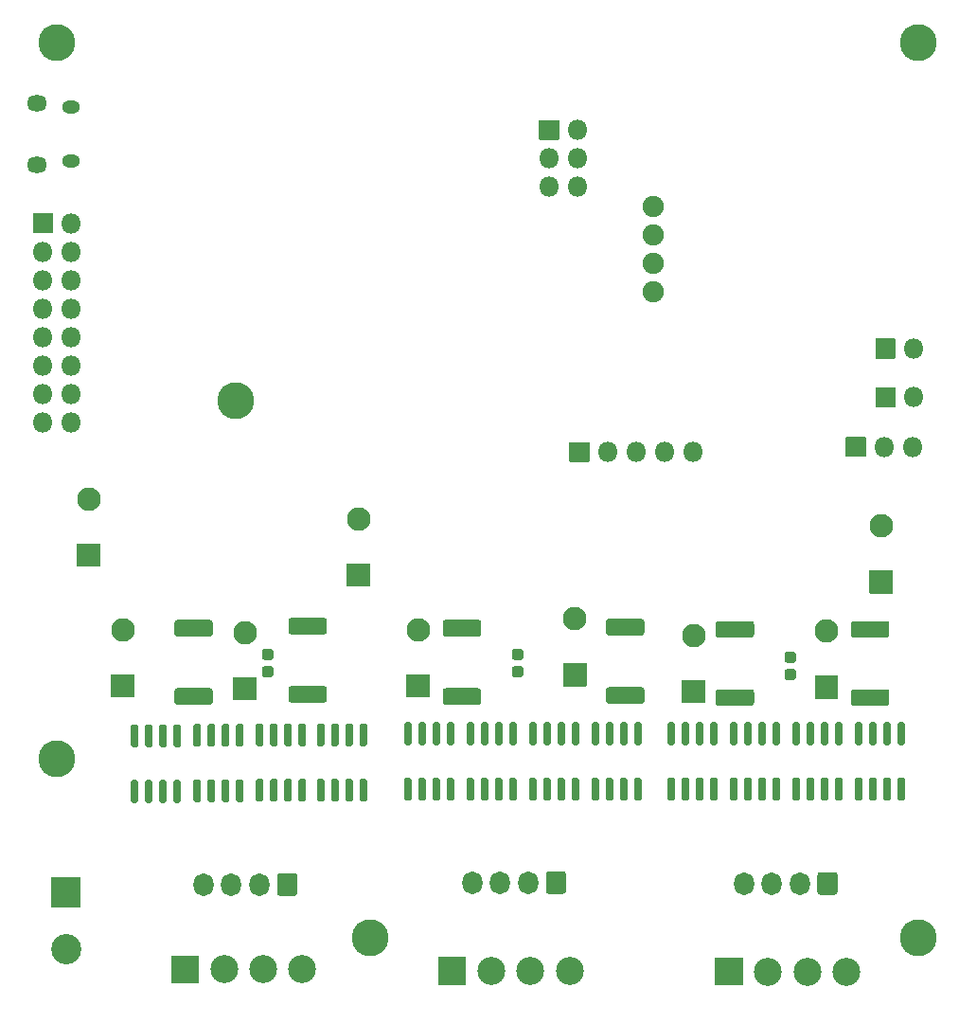
<source format=gbs>
G04 #@! TF.GenerationSoftware,KiCad,Pcbnew,5.1.8*
G04 #@! TF.CreationDate,2021-01-21T07:56:59-05:00*
G04 #@! TF.ProjectId,cnc-controller,636e632d-636f-46e7-9472-6f6c6c65722e,rev?*
G04 #@! TF.SameCoordinates,Original*
G04 #@! TF.FileFunction,Soldermask,Bot*
G04 #@! TF.FilePolarity,Negative*
%FSLAX46Y46*%
G04 Gerber Fmt 4.6, Leading zero omitted, Abs format (unit mm)*
G04 Created by KiCad (PCBNEW 5.1.8) date 2021-01-21 07:56:59*
%MOMM*%
%LPD*%
G01*
G04 APERTURE LIST*
%ADD10C,2.501600*%
%ADD11O,1.801600X2.051600*%
%ADD12C,3.301600*%
%ADD13C,1.901600*%
%ADD14O,1.801600X1.801600*%
%ADD15C,2.701600*%
%ADD16O,1.801600X1.451600*%
%ADD17O,1.601600X1.201600*%
%ADD18C,2.101600*%
G04 APERTURE END LIST*
D10*
X88570000Y-184040000D03*
X85070000Y-184040000D03*
X81570000Y-184040000D03*
G36*
G01*
X76819200Y-185240000D02*
X76819200Y-182840000D01*
G75*
G02*
X76870000Y-182789200I50800J0D01*
G01*
X79270000Y-182789200D01*
G75*
G02*
X79320800Y-182840000I0J-50800D01*
G01*
X79320800Y-185240000D01*
G75*
G02*
X79270000Y-185290800I-50800J0D01*
G01*
X76870000Y-185290800D01*
G75*
G02*
X76819200Y-185240000I0J50800D01*
G01*
G37*
D11*
X79392000Y-176168000D03*
X81892000Y-176168000D03*
X84392000Y-176168000D03*
G36*
G01*
X87792800Y-175407141D02*
X87792800Y-176928859D01*
G75*
G02*
X87527859Y-177193800I-264941J0D01*
G01*
X86256141Y-177193800D01*
G75*
G02*
X85991200Y-176928859I0J264941D01*
G01*
X85991200Y-175407141D01*
G75*
G02*
X86256141Y-175142200I264941J0D01*
G01*
X87527859Y-175142200D01*
G75*
G02*
X87792800Y-175407141I0J-264941D01*
G01*
G37*
D12*
X95000000Y-181000000D03*
X46000000Y-181000000D03*
X95000000Y-101000000D03*
X34000000Y-133000000D03*
X18000000Y-165000000D03*
X18000000Y-101000000D03*
D13*
X71340000Y-123270000D03*
X71340000Y-120730000D03*
X71340000Y-118190000D03*
X71340000Y-115650000D03*
G36*
G01*
X55657659Y-154100800D02*
X52742341Y-154100800D01*
G75*
G02*
X52474200Y-153832659I0J268141D01*
G01*
X52474200Y-152867341D01*
G75*
G02*
X52742341Y-152599200I268141J0D01*
G01*
X55657659Y-152599200D01*
G75*
G02*
X55925800Y-152867341I0J-268141D01*
G01*
X55925800Y-153832659D01*
G75*
G02*
X55657659Y-154100800I-268141J0D01*
G01*
G37*
G36*
G01*
X55657659Y-160200800D02*
X52742341Y-160200800D01*
G75*
G02*
X52474200Y-159932659I0J268141D01*
G01*
X52474200Y-158967341D01*
G75*
G02*
X52742341Y-158699200I268141J0D01*
G01*
X55657659Y-158699200D01*
G75*
G02*
X55925800Y-158967341I0J-268141D01*
G01*
X55925800Y-159932659D01*
G75*
G02*
X55657659Y-160200800I-268141J0D01*
G01*
G37*
G36*
G01*
X70257659Y-154000800D02*
X67342341Y-154000800D01*
G75*
G02*
X67074200Y-153732659I0J268141D01*
G01*
X67074200Y-152767341D01*
G75*
G02*
X67342341Y-152499200I268141J0D01*
G01*
X70257659Y-152499200D01*
G75*
G02*
X70525800Y-152767341I0J-268141D01*
G01*
X70525800Y-153732659D01*
G75*
G02*
X70257659Y-154000800I-268141J0D01*
G01*
G37*
G36*
G01*
X70257659Y-160100800D02*
X67342341Y-160100800D01*
G75*
G02*
X67074200Y-159832659I0J268141D01*
G01*
X67074200Y-158867341D01*
G75*
G02*
X67342341Y-158599200I268141J0D01*
G01*
X70257659Y-158599200D01*
G75*
G02*
X70525800Y-158867341I0J-268141D01*
G01*
X70525800Y-159832659D01*
G75*
G02*
X70257659Y-160100800I-268141J0D01*
G01*
G37*
G36*
G01*
X80057659Y-154200800D02*
X77142341Y-154200800D01*
G75*
G02*
X76874200Y-153932659I0J268141D01*
G01*
X76874200Y-152967341D01*
G75*
G02*
X77142341Y-152699200I268141J0D01*
G01*
X80057659Y-152699200D01*
G75*
G02*
X80325800Y-152967341I0J-268141D01*
G01*
X80325800Y-153932659D01*
G75*
G02*
X80057659Y-154200800I-268141J0D01*
G01*
G37*
G36*
G01*
X80057659Y-160300800D02*
X77142341Y-160300800D01*
G75*
G02*
X76874200Y-160032659I0J268141D01*
G01*
X76874200Y-159067341D01*
G75*
G02*
X77142341Y-158799200I268141J0D01*
G01*
X80057659Y-158799200D01*
G75*
G02*
X80325800Y-159067341I0J-268141D01*
G01*
X80325800Y-160032659D01*
G75*
G02*
X80057659Y-160300800I-268141J0D01*
G01*
G37*
G36*
G01*
X92157659Y-154200800D02*
X89242341Y-154200800D01*
G75*
G02*
X88974200Y-153932659I0J268141D01*
G01*
X88974200Y-152967341D01*
G75*
G02*
X89242341Y-152699200I268141J0D01*
G01*
X92157659Y-152699200D01*
G75*
G02*
X92425800Y-152967341I0J-268141D01*
G01*
X92425800Y-153932659D01*
G75*
G02*
X92157659Y-154200800I-268141J0D01*
G01*
G37*
G36*
G01*
X92157659Y-160300800D02*
X89242341Y-160300800D01*
G75*
G02*
X88974200Y-160032659I0J268141D01*
G01*
X88974200Y-159067341D01*
G75*
G02*
X89242341Y-158799200I268141J0D01*
G01*
X92157659Y-158799200D01*
G75*
G02*
X92425800Y-159067341I0J-268141D01*
G01*
X92425800Y-160032659D01*
G75*
G02*
X92157659Y-160300800I-268141J0D01*
G01*
G37*
G36*
G01*
X31657659Y-154100800D02*
X28742341Y-154100800D01*
G75*
G02*
X28474200Y-153832659I0J268141D01*
G01*
X28474200Y-152867341D01*
G75*
G02*
X28742341Y-152599200I268141J0D01*
G01*
X31657659Y-152599200D01*
G75*
G02*
X31925800Y-152867341I0J-268141D01*
G01*
X31925800Y-153832659D01*
G75*
G02*
X31657659Y-154100800I-268141J0D01*
G01*
G37*
G36*
G01*
X31657659Y-160200800D02*
X28742341Y-160200800D01*
G75*
G02*
X28474200Y-159932659I0J268141D01*
G01*
X28474200Y-158967341D01*
G75*
G02*
X28742341Y-158699200I268141J0D01*
G01*
X31657659Y-158699200D01*
G75*
G02*
X31925800Y-158967341I0J-268141D01*
G01*
X31925800Y-159932659D01*
G75*
G02*
X31657659Y-160200800I-268141J0D01*
G01*
G37*
G36*
G01*
X41857659Y-153900800D02*
X38942341Y-153900800D01*
G75*
G02*
X38674200Y-153632659I0J268141D01*
G01*
X38674200Y-152667341D01*
G75*
G02*
X38942341Y-152399200I268141J0D01*
G01*
X41857659Y-152399200D01*
G75*
G02*
X42125800Y-152667341I0J-268141D01*
G01*
X42125800Y-153632659D01*
G75*
G02*
X41857659Y-153900800I-268141J0D01*
G01*
G37*
G36*
G01*
X41857659Y-160000800D02*
X38942341Y-160000800D01*
G75*
G02*
X38674200Y-159732659I0J268141D01*
G01*
X38674200Y-158767341D01*
G75*
G02*
X38942341Y-158499200I268141J0D01*
G01*
X41857659Y-158499200D01*
G75*
G02*
X42125800Y-158767341I0J-268141D01*
G01*
X42125800Y-159732659D01*
G75*
G02*
X41857659Y-160000800I-268141J0D01*
G01*
G37*
G36*
G01*
X60365600Y-166703200D02*
X60716400Y-166703200D01*
G75*
G02*
X60891800Y-166878600I0J-175400D01*
G01*
X60891800Y-168579400D01*
G75*
G02*
X60716400Y-168754800I-175400J0D01*
G01*
X60365600Y-168754800D01*
G75*
G02*
X60190200Y-168579400I0J175400D01*
G01*
X60190200Y-166878600D01*
G75*
G02*
X60365600Y-166703200I175400J0D01*
G01*
G37*
G36*
G01*
X61635600Y-166703200D02*
X61986400Y-166703200D01*
G75*
G02*
X62161800Y-166878600I0J-175400D01*
G01*
X62161800Y-168579400D01*
G75*
G02*
X61986400Y-168754800I-175400J0D01*
G01*
X61635600Y-168754800D01*
G75*
G02*
X61460200Y-168579400I0J175400D01*
G01*
X61460200Y-166878600D01*
G75*
G02*
X61635600Y-166703200I175400J0D01*
G01*
G37*
G36*
G01*
X62905600Y-166703200D02*
X63256400Y-166703200D01*
G75*
G02*
X63431800Y-166878600I0J-175400D01*
G01*
X63431800Y-168579400D01*
G75*
G02*
X63256400Y-168754800I-175400J0D01*
G01*
X62905600Y-168754800D01*
G75*
G02*
X62730200Y-168579400I0J175400D01*
G01*
X62730200Y-166878600D01*
G75*
G02*
X62905600Y-166703200I175400J0D01*
G01*
G37*
G36*
G01*
X64175600Y-166703200D02*
X64526400Y-166703200D01*
G75*
G02*
X64701800Y-166878600I0J-175400D01*
G01*
X64701800Y-168579400D01*
G75*
G02*
X64526400Y-168754800I-175400J0D01*
G01*
X64175600Y-168754800D01*
G75*
G02*
X64000200Y-168579400I0J175400D01*
G01*
X64000200Y-166878600D01*
G75*
G02*
X64175600Y-166703200I175400J0D01*
G01*
G37*
G36*
G01*
X64175600Y-161753200D02*
X64526400Y-161753200D01*
G75*
G02*
X64701800Y-161928600I0J-175400D01*
G01*
X64701800Y-163629400D01*
G75*
G02*
X64526400Y-163804800I-175400J0D01*
G01*
X64175600Y-163804800D01*
G75*
G02*
X64000200Y-163629400I0J175400D01*
G01*
X64000200Y-161928600D01*
G75*
G02*
X64175600Y-161753200I175400J0D01*
G01*
G37*
G36*
G01*
X62905600Y-161753200D02*
X63256400Y-161753200D01*
G75*
G02*
X63431800Y-161928600I0J-175400D01*
G01*
X63431800Y-163629400D01*
G75*
G02*
X63256400Y-163804800I-175400J0D01*
G01*
X62905600Y-163804800D01*
G75*
G02*
X62730200Y-163629400I0J175400D01*
G01*
X62730200Y-161928600D01*
G75*
G02*
X62905600Y-161753200I175400J0D01*
G01*
G37*
G36*
G01*
X61635600Y-161753200D02*
X61986400Y-161753200D01*
G75*
G02*
X62161800Y-161928600I0J-175400D01*
G01*
X62161800Y-163629400D01*
G75*
G02*
X61986400Y-163804800I-175400J0D01*
G01*
X61635600Y-163804800D01*
G75*
G02*
X61460200Y-163629400I0J175400D01*
G01*
X61460200Y-161928600D01*
G75*
G02*
X61635600Y-161753200I175400J0D01*
G01*
G37*
G36*
G01*
X60365600Y-161753200D02*
X60716400Y-161753200D01*
G75*
G02*
X60891800Y-161928600I0J-175400D01*
G01*
X60891800Y-163629400D01*
G75*
G02*
X60716400Y-163804800I-175400J0D01*
G01*
X60365600Y-163804800D01*
G75*
G02*
X60190200Y-163629400I0J175400D01*
G01*
X60190200Y-161928600D01*
G75*
G02*
X60365600Y-161753200I175400J0D01*
G01*
G37*
G36*
G01*
X49189600Y-166703200D02*
X49540400Y-166703200D01*
G75*
G02*
X49715800Y-166878600I0J-175400D01*
G01*
X49715800Y-168579400D01*
G75*
G02*
X49540400Y-168754800I-175400J0D01*
G01*
X49189600Y-168754800D01*
G75*
G02*
X49014200Y-168579400I0J175400D01*
G01*
X49014200Y-166878600D01*
G75*
G02*
X49189600Y-166703200I175400J0D01*
G01*
G37*
G36*
G01*
X50459600Y-166703200D02*
X50810400Y-166703200D01*
G75*
G02*
X50985800Y-166878600I0J-175400D01*
G01*
X50985800Y-168579400D01*
G75*
G02*
X50810400Y-168754800I-175400J0D01*
G01*
X50459600Y-168754800D01*
G75*
G02*
X50284200Y-168579400I0J175400D01*
G01*
X50284200Y-166878600D01*
G75*
G02*
X50459600Y-166703200I175400J0D01*
G01*
G37*
G36*
G01*
X51729600Y-166703200D02*
X52080400Y-166703200D01*
G75*
G02*
X52255800Y-166878600I0J-175400D01*
G01*
X52255800Y-168579400D01*
G75*
G02*
X52080400Y-168754800I-175400J0D01*
G01*
X51729600Y-168754800D01*
G75*
G02*
X51554200Y-168579400I0J175400D01*
G01*
X51554200Y-166878600D01*
G75*
G02*
X51729600Y-166703200I175400J0D01*
G01*
G37*
G36*
G01*
X52999600Y-166703200D02*
X53350400Y-166703200D01*
G75*
G02*
X53525800Y-166878600I0J-175400D01*
G01*
X53525800Y-168579400D01*
G75*
G02*
X53350400Y-168754800I-175400J0D01*
G01*
X52999600Y-168754800D01*
G75*
G02*
X52824200Y-168579400I0J175400D01*
G01*
X52824200Y-166878600D01*
G75*
G02*
X52999600Y-166703200I175400J0D01*
G01*
G37*
G36*
G01*
X52999600Y-161753200D02*
X53350400Y-161753200D01*
G75*
G02*
X53525800Y-161928600I0J-175400D01*
G01*
X53525800Y-163629400D01*
G75*
G02*
X53350400Y-163804800I-175400J0D01*
G01*
X52999600Y-163804800D01*
G75*
G02*
X52824200Y-163629400I0J175400D01*
G01*
X52824200Y-161928600D01*
G75*
G02*
X52999600Y-161753200I175400J0D01*
G01*
G37*
G36*
G01*
X51729600Y-161753200D02*
X52080400Y-161753200D01*
G75*
G02*
X52255800Y-161928600I0J-175400D01*
G01*
X52255800Y-163629400D01*
G75*
G02*
X52080400Y-163804800I-175400J0D01*
G01*
X51729600Y-163804800D01*
G75*
G02*
X51554200Y-163629400I0J175400D01*
G01*
X51554200Y-161928600D01*
G75*
G02*
X51729600Y-161753200I175400J0D01*
G01*
G37*
G36*
G01*
X50459600Y-161753200D02*
X50810400Y-161753200D01*
G75*
G02*
X50985800Y-161928600I0J-175400D01*
G01*
X50985800Y-163629400D01*
G75*
G02*
X50810400Y-163804800I-175400J0D01*
G01*
X50459600Y-163804800D01*
G75*
G02*
X50284200Y-163629400I0J175400D01*
G01*
X50284200Y-161928600D01*
G75*
G02*
X50459600Y-161753200I175400J0D01*
G01*
G37*
G36*
G01*
X49189600Y-161753200D02*
X49540400Y-161753200D01*
G75*
G02*
X49715800Y-161928600I0J-175400D01*
G01*
X49715800Y-163629400D01*
G75*
G02*
X49540400Y-163804800I-175400J0D01*
G01*
X49189600Y-163804800D01*
G75*
G02*
X49014200Y-163629400I0J175400D01*
G01*
X49014200Y-161928600D01*
G75*
G02*
X49189600Y-161753200I175400J0D01*
G01*
G37*
G36*
G01*
X65953600Y-166703200D02*
X66304400Y-166703200D01*
G75*
G02*
X66479800Y-166878600I0J-175400D01*
G01*
X66479800Y-168579400D01*
G75*
G02*
X66304400Y-168754800I-175400J0D01*
G01*
X65953600Y-168754800D01*
G75*
G02*
X65778200Y-168579400I0J175400D01*
G01*
X65778200Y-166878600D01*
G75*
G02*
X65953600Y-166703200I175400J0D01*
G01*
G37*
G36*
G01*
X67223600Y-166703200D02*
X67574400Y-166703200D01*
G75*
G02*
X67749800Y-166878600I0J-175400D01*
G01*
X67749800Y-168579400D01*
G75*
G02*
X67574400Y-168754800I-175400J0D01*
G01*
X67223600Y-168754800D01*
G75*
G02*
X67048200Y-168579400I0J175400D01*
G01*
X67048200Y-166878600D01*
G75*
G02*
X67223600Y-166703200I175400J0D01*
G01*
G37*
G36*
G01*
X68493600Y-166703200D02*
X68844400Y-166703200D01*
G75*
G02*
X69019800Y-166878600I0J-175400D01*
G01*
X69019800Y-168579400D01*
G75*
G02*
X68844400Y-168754800I-175400J0D01*
G01*
X68493600Y-168754800D01*
G75*
G02*
X68318200Y-168579400I0J175400D01*
G01*
X68318200Y-166878600D01*
G75*
G02*
X68493600Y-166703200I175400J0D01*
G01*
G37*
G36*
G01*
X69763600Y-166703200D02*
X70114400Y-166703200D01*
G75*
G02*
X70289800Y-166878600I0J-175400D01*
G01*
X70289800Y-168579400D01*
G75*
G02*
X70114400Y-168754800I-175400J0D01*
G01*
X69763600Y-168754800D01*
G75*
G02*
X69588200Y-168579400I0J175400D01*
G01*
X69588200Y-166878600D01*
G75*
G02*
X69763600Y-166703200I175400J0D01*
G01*
G37*
G36*
G01*
X69763600Y-161753200D02*
X70114400Y-161753200D01*
G75*
G02*
X70289800Y-161928600I0J-175400D01*
G01*
X70289800Y-163629400D01*
G75*
G02*
X70114400Y-163804800I-175400J0D01*
G01*
X69763600Y-163804800D01*
G75*
G02*
X69588200Y-163629400I0J175400D01*
G01*
X69588200Y-161928600D01*
G75*
G02*
X69763600Y-161753200I175400J0D01*
G01*
G37*
G36*
G01*
X68493600Y-161753200D02*
X68844400Y-161753200D01*
G75*
G02*
X69019800Y-161928600I0J-175400D01*
G01*
X69019800Y-163629400D01*
G75*
G02*
X68844400Y-163804800I-175400J0D01*
G01*
X68493600Y-163804800D01*
G75*
G02*
X68318200Y-163629400I0J175400D01*
G01*
X68318200Y-161928600D01*
G75*
G02*
X68493600Y-161753200I175400J0D01*
G01*
G37*
G36*
G01*
X67223600Y-161753200D02*
X67574400Y-161753200D01*
G75*
G02*
X67749800Y-161928600I0J-175400D01*
G01*
X67749800Y-163629400D01*
G75*
G02*
X67574400Y-163804800I-175400J0D01*
G01*
X67223600Y-163804800D01*
G75*
G02*
X67048200Y-163629400I0J175400D01*
G01*
X67048200Y-161928600D01*
G75*
G02*
X67223600Y-161753200I175400J0D01*
G01*
G37*
G36*
G01*
X65953600Y-161753200D02*
X66304400Y-161753200D01*
G75*
G02*
X66479800Y-161928600I0J-175400D01*
G01*
X66479800Y-163629400D01*
G75*
G02*
X66304400Y-163804800I-175400J0D01*
G01*
X65953600Y-163804800D01*
G75*
G02*
X65778200Y-163629400I0J175400D01*
G01*
X65778200Y-161928600D01*
G75*
G02*
X65953600Y-161753200I175400J0D01*
G01*
G37*
G36*
G01*
X54777600Y-166703200D02*
X55128400Y-166703200D01*
G75*
G02*
X55303800Y-166878600I0J-175400D01*
G01*
X55303800Y-168579400D01*
G75*
G02*
X55128400Y-168754800I-175400J0D01*
G01*
X54777600Y-168754800D01*
G75*
G02*
X54602200Y-168579400I0J175400D01*
G01*
X54602200Y-166878600D01*
G75*
G02*
X54777600Y-166703200I175400J0D01*
G01*
G37*
G36*
G01*
X56047600Y-166703200D02*
X56398400Y-166703200D01*
G75*
G02*
X56573800Y-166878600I0J-175400D01*
G01*
X56573800Y-168579400D01*
G75*
G02*
X56398400Y-168754800I-175400J0D01*
G01*
X56047600Y-168754800D01*
G75*
G02*
X55872200Y-168579400I0J175400D01*
G01*
X55872200Y-166878600D01*
G75*
G02*
X56047600Y-166703200I175400J0D01*
G01*
G37*
G36*
G01*
X57317600Y-166703200D02*
X57668400Y-166703200D01*
G75*
G02*
X57843800Y-166878600I0J-175400D01*
G01*
X57843800Y-168579400D01*
G75*
G02*
X57668400Y-168754800I-175400J0D01*
G01*
X57317600Y-168754800D01*
G75*
G02*
X57142200Y-168579400I0J175400D01*
G01*
X57142200Y-166878600D01*
G75*
G02*
X57317600Y-166703200I175400J0D01*
G01*
G37*
G36*
G01*
X58587600Y-166703200D02*
X58938400Y-166703200D01*
G75*
G02*
X59113800Y-166878600I0J-175400D01*
G01*
X59113800Y-168579400D01*
G75*
G02*
X58938400Y-168754800I-175400J0D01*
G01*
X58587600Y-168754800D01*
G75*
G02*
X58412200Y-168579400I0J175400D01*
G01*
X58412200Y-166878600D01*
G75*
G02*
X58587600Y-166703200I175400J0D01*
G01*
G37*
G36*
G01*
X58587600Y-161753200D02*
X58938400Y-161753200D01*
G75*
G02*
X59113800Y-161928600I0J-175400D01*
G01*
X59113800Y-163629400D01*
G75*
G02*
X58938400Y-163804800I-175400J0D01*
G01*
X58587600Y-163804800D01*
G75*
G02*
X58412200Y-163629400I0J175400D01*
G01*
X58412200Y-161928600D01*
G75*
G02*
X58587600Y-161753200I175400J0D01*
G01*
G37*
G36*
G01*
X57317600Y-161753200D02*
X57668400Y-161753200D01*
G75*
G02*
X57843800Y-161928600I0J-175400D01*
G01*
X57843800Y-163629400D01*
G75*
G02*
X57668400Y-163804800I-175400J0D01*
G01*
X57317600Y-163804800D01*
G75*
G02*
X57142200Y-163629400I0J175400D01*
G01*
X57142200Y-161928600D01*
G75*
G02*
X57317600Y-161753200I175400J0D01*
G01*
G37*
G36*
G01*
X56047600Y-161753200D02*
X56398400Y-161753200D01*
G75*
G02*
X56573800Y-161928600I0J-175400D01*
G01*
X56573800Y-163629400D01*
G75*
G02*
X56398400Y-163804800I-175400J0D01*
G01*
X56047600Y-163804800D01*
G75*
G02*
X55872200Y-163629400I0J175400D01*
G01*
X55872200Y-161928600D01*
G75*
G02*
X56047600Y-161753200I175400J0D01*
G01*
G37*
G36*
G01*
X54777600Y-161753200D02*
X55128400Y-161753200D01*
G75*
G02*
X55303800Y-161928600I0J-175400D01*
G01*
X55303800Y-163629400D01*
G75*
G02*
X55128400Y-163804800I-175400J0D01*
G01*
X54777600Y-163804800D01*
G75*
G02*
X54602200Y-163629400I0J175400D01*
G01*
X54602200Y-161928600D01*
G75*
G02*
X54777600Y-161753200I175400J0D01*
G01*
G37*
G36*
G01*
X83903600Y-166703200D02*
X84254400Y-166703200D01*
G75*
G02*
X84429800Y-166878600I0J-175400D01*
G01*
X84429800Y-168579400D01*
G75*
G02*
X84254400Y-168754800I-175400J0D01*
G01*
X83903600Y-168754800D01*
G75*
G02*
X83728200Y-168579400I0J175400D01*
G01*
X83728200Y-166878600D01*
G75*
G02*
X83903600Y-166703200I175400J0D01*
G01*
G37*
G36*
G01*
X85173600Y-166703200D02*
X85524400Y-166703200D01*
G75*
G02*
X85699800Y-166878600I0J-175400D01*
G01*
X85699800Y-168579400D01*
G75*
G02*
X85524400Y-168754800I-175400J0D01*
G01*
X85173600Y-168754800D01*
G75*
G02*
X84998200Y-168579400I0J175400D01*
G01*
X84998200Y-166878600D01*
G75*
G02*
X85173600Y-166703200I175400J0D01*
G01*
G37*
G36*
G01*
X86443600Y-166703200D02*
X86794400Y-166703200D01*
G75*
G02*
X86969800Y-166878600I0J-175400D01*
G01*
X86969800Y-168579400D01*
G75*
G02*
X86794400Y-168754800I-175400J0D01*
G01*
X86443600Y-168754800D01*
G75*
G02*
X86268200Y-168579400I0J175400D01*
G01*
X86268200Y-166878600D01*
G75*
G02*
X86443600Y-166703200I175400J0D01*
G01*
G37*
G36*
G01*
X87713600Y-166703200D02*
X88064400Y-166703200D01*
G75*
G02*
X88239800Y-166878600I0J-175400D01*
G01*
X88239800Y-168579400D01*
G75*
G02*
X88064400Y-168754800I-175400J0D01*
G01*
X87713600Y-168754800D01*
G75*
G02*
X87538200Y-168579400I0J175400D01*
G01*
X87538200Y-166878600D01*
G75*
G02*
X87713600Y-166703200I175400J0D01*
G01*
G37*
G36*
G01*
X87713600Y-161753200D02*
X88064400Y-161753200D01*
G75*
G02*
X88239800Y-161928600I0J-175400D01*
G01*
X88239800Y-163629400D01*
G75*
G02*
X88064400Y-163804800I-175400J0D01*
G01*
X87713600Y-163804800D01*
G75*
G02*
X87538200Y-163629400I0J175400D01*
G01*
X87538200Y-161928600D01*
G75*
G02*
X87713600Y-161753200I175400J0D01*
G01*
G37*
G36*
G01*
X86443600Y-161753200D02*
X86794400Y-161753200D01*
G75*
G02*
X86969800Y-161928600I0J-175400D01*
G01*
X86969800Y-163629400D01*
G75*
G02*
X86794400Y-163804800I-175400J0D01*
G01*
X86443600Y-163804800D01*
G75*
G02*
X86268200Y-163629400I0J175400D01*
G01*
X86268200Y-161928600D01*
G75*
G02*
X86443600Y-161753200I175400J0D01*
G01*
G37*
G36*
G01*
X85173600Y-161753200D02*
X85524400Y-161753200D01*
G75*
G02*
X85699800Y-161928600I0J-175400D01*
G01*
X85699800Y-163629400D01*
G75*
G02*
X85524400Y-163804800I-175400J0D01*
G01*
X85173600Y-163804800D01*
G75*
G02*
X84998200Y-163629400I0J175400D01*
G01*
X84998200Y-161928600D01*
G75*
G02*
X85173600Y-161753200I175400J0D01*
G01*
G37*
G36*
G01*
X83903600Y-161753200D02*
X84254400Y-161753200D01*
G75*
G02*
X84429800Y-161928600I0J-175400D01*
G01*
X84429800Y-163629400D01*
G75*
G02*
X84254400Y-163804800I-175400J0D01*
G01*
X83903600Y-163804800D01*
G75*
G02*
X83728200Y-163629400I0J175400D01*
G01*
X83728200Y-161928600D01*
G75*
G02*
X83903600Y-161753200I175400J0D01*
G01*
G37*
G36*
G01*
X72727600Y-166703200D02*
X73078400Y-166703200D01*
G75*
G02*
X73253800Y-166878600I0J-175400D01*
G01*
X73253800Y-168579400D01*
G75*
G02*
X73078400Y-168754800I-175400J0D01*
G01*
X72727600Y-168754800D01*
G75*
G02*
X72552200Y-168579400I0J175400D01*
G01*
X72552200Y-166878600D01*
G75*
G02*
X72727600Y-166703200I175400J0D01*
G01*
G37*
G36*
G01*
X73997600Y-166703200D02*
X74348400Y-166703200D01*
G75*
G02*
X74523800Y-166878600I0J-175400D01*
G01*
X74523800Y-168579400D01*
G75*
G02*
X74348400Y-168754800I-175400J0D01*
G01*
X73997600Y-168754800D01*
G75*
G02*
X73822200Y-168579400I0J175400D01*
G01*
X73822200Y-166878600D01*
G75*
G02*
X73997600Y-166703200I175400J0D01*
G01*
G37*
G36*
G01*
X75267600Y-166703200D02*
X75618400Y-166703200D01*
G75*
G02*
X75793800Y-166878600I0J-175400D01*
G01*
X75793800Y-168579400D01*
G75*
G02*
X75618400Y-168754800I-175400J0D01*
G01*
X75267600Y-168754800D01*
G75*
G02*
X75092200Y-168579400I0J175400D01*
G01*
X75092200Y-166878600D01*
G75*
G02*
X75267600Y-166703200I175400J0D01*
G01*
G37*
G36*
G01*
X76537600Y-166703200D02*
X76888400Y-166703200D01*
G75*
G02*
X77063800Y-166878600I0J-175400D01*
G01*
X77063800Y-168579400D01*
G75*
G02*
X76888400Y-168754800I-175400J0D01*
G01*
X76537600Y-168754800D01*
G75*
G02*
X76362200Y-168579400I0J175400D01*
G01*
X76362200Y-166878600D01*
G75*
G02*
X76537600Y-166703200I175400J0D01*
G01*
G37*
G36*
G01*
X76537600Y-161753200D02*
X76888400Y-161753200D01*
G75*
G02*
X77063800Y-161928600I0J-175400D01*
G01*
X77063800Y-163629400D01*
G75*
G02*
X76888400Y-163804800I-175400J0D01*
G01*
X76537600Y-163804800D01*
G75*
G02*
X76362200Y-163629400I0J175400D01*
G01*
X76362200Y-161928600D01*
G75*
G02*
X76537600Y-161753200I175400J0D01*
G01*
G37*
G36*
G01*
X75267600Y-161753200D02*
X75618400Y-161753200D01*
G75*
G02*
X75793800Y-161928600I0J-175400D01*
G01*
X75793800Y-163629400D01*
G75*
G02*
X75618400Y-163804800I-175400J0D01*
G01*
X75267600Y-163804800D01*
G75*
G02*
X75092200Y-163629400I0J175400D01*
G01*
X75092200Y-161928600D01*
G75*
G02*
X75267600Y-161753200I175400J0D01*
G01*
G37*
G36*
G01*
X73997600Y-161753200D02*
X74348400Y-161753200D01*
G75*
G02*
X74523800Y-161928600I0J-175400D01*
G01*
X74523800Y-163629400D01*
G75*
G02*
X74348400Y-163804800I-175400J0D01*
G01*
X73997600Y-163804800D01*
G75*
G02*
X73822200Y-163629400I0J175400D01*
G01*
X73822200Y-161928600D01*
G75*
G02*
X73997600Y-161753200I175400J0D01*
G01*
G37*
G36*
G01*
X72727600Y-161753200D02*
X73078400Y-161753200D01*
G75*
G02*
X73253800Y-161928600I0J-175400D01*
G01*
X73253800Y-163629400D01*
G75*
G02*
X73078400Y-163804800I-175400J0D01*
G01*
X72727600Y-163804800D01*
G75*
G02*
X72552200Y-163629400I0J175400D01*
G01*
X72552200Y-161928600D01*
G75*
G02*
X72727600Y-161753200I175400J0D01*
G01*
G37*
G36*
G01*
X89491600Y-166703200D02*
X89842400Y-166703200D01*
G75*
G02*
X90017800Y-166878600I0J-175400D01*
G01*
X90017800Y-168579400D01*
G75*
G02*
X89842400Y-168754800I-175400J0D01*
G01*
X89491600Y-168754800D01*
G75*
G02*
X89316200Y-168579400I0J175400D01*
G01*
X89316200Y-166878600D01*
G75*
G02*
X89491600Y-166703200I175400J0D01*
G01*
G37*
G36*
G01*
X90761600Y-166703200D02*
X91112400Y-166703200D01*
G75*
G02*
X91287800Y-166878600I0J-175400D01*
G01*
X91287800Y-168579400D01*
G75*
G02*
X91112400Y-168754800I-175400J0D01*
G01*
X90761600Y-168754800D01*
G75*
G02*
X90586200Y-168579400I0J175400D01*
G01*
X90586200Y-166878600D01*
G75*
G02*
X90761600Y-166703200I175400J0D01*
G01*
G37*
G36*
G01*
X92031600Y-166703200D02*
X92382400Y-166703200D01*
G75*
G02*
X92557800Y-166878600I0J-175400D01*
G01*
X92557800Y-168579400D01*
G75*
G02*
X92382400Y-168754800I-175400J0D01*
G01*
X92031600Y-168754800D01*
G75*
G02*
X91856200Y-168579400I0J175400D01*
G01*
X91856200Y-166878600D01*
G75*
G02*
X92031600Y-166703200I175400J0D01*
G01*
G37*
G36*
G01*
X93301600Y-166703200D02*
X93652400Y-166703200D01*
G75*
G02*
X93827800Y-166878600I0J-175400D01*
G01*
X93827800Y-168579400D01*
G75*
G02*
X93652400Y-168754800I-175400J0D01*
G01*
X93301600Y-168754800D01*
G75*
G02*
X93126200Y-168579400I0J175400D01*
G01*
X93126200Y-166878600D01*
G75*
G02*
X93301600Y-166703200I175400J0D01*
G01*
G37*
G36*
G01*
X93301600Y-161753200D02*
X93652400Y-161753200D01*
G75*
G02*
X93827800Y-161928600I0J-175400D01*
G01*
X93827800Y-163629400D01*
G75*
G02*
X93652400Y-163804800I-175400J0D01*
G01*
X93301600Y-163804800D01*
G75*
G02*
X93126200Y-163629400I0J175400D01*
G01*
X93126200Y-161928600D01*
G75*
G02*
X93301600Y-161753200I175400J0D01*
G01*
G37*
G36*
G01*
X92031600Y-161753200D02*
X92382400Y-161753200D01*
G75*
G02*
X92557800Y-161928600I0J-175400D01*
G01*
X92557800Y-163629400D01*
G75*
G02*
X92382400Y-163804800I-175400J0D01*
G01*
X92031600Y-163804800D01*
G75*
G02*
X91856200Y-163629400I0J175400D01*
G01*
X91856200Y-161928600D01*
G75*
G02*
X92031600Y-161753200I175400J0D01*
G01*
G37*
G36*
G01*
X90761600Y-161753200D02*
X91112400Y-161753200D01*
G75*
G02*
X91287800Y-161928600I0J-175400D01*
G01*
X91287800Y-163629400D01*
G75*
G02*
X91112400Y-163804800I-175400J0D01*
G01*
X90761600Y-163804800D01*
G75*
G02*
X90586200Y-163629400I0J175400D01*
G01*
X90586200Y-161928600D01*
G75*
G02*
X90761600Y-161753200I175400J0D01*
G01*
G37*
G36*
G01*
X89491600Y-161753200D02*
X89842400Y-161753200D01*
G75*
G02*
X90017800Y-161928600I0J-175400D01*
G01*
X90017800Y-163629400D01*
G75*
G02*
X89842400Y-163804800I-175400J0D01*
G01*
X89491600Y-163804800D01*
G75*
G02*
X89316200Y-163629400I0J175400D01*
G01*
X89316200Y-161928600D01*
G75*
G02*
X89491600Y-161753200I175400J0D01*
G01*
G37*
G36*
G01*
X78315600Y-166703200D02*
X78666400Y-166703200D01*
G75*
G02*
X78841800Y-166878600I0J-175400D01*
G01*
X78841800Y-168579400D01*
G75*
G02*
X78666400Y-168754800I-175400J0D01*
G01*
X78315600Y-168754800D01*
G75*
G02*
X78140200Y-168579400I0J175400D01*
G01*
X78140200Y-166878600D01*
G75*
G02*
X78315600Y-166703200I175400J0D01*
G01*
G37*
G36*
G01*
X79585600Y-166703200D02*
X79936400Y-166703200D01*
G75*
G02*
X80111800Y-166878600I0J-175400D01*
G01*
X80111800Y-168579400D01*
G75*
G02*
X79936400Y-168754800I-175400J0D01*
G01*
X79585600Y-168754800D01*
G75*
G02*
X79410200Y-168579400I0J175400D01*
G01*
X79410200Y-166878600D01*
G75*
G02*
X79585600Y-166703200I175400J0D01*
G01*
G37*
G36*
G01*
X80855600Y-166703200D02*
X81206400Y-166703200D01*
G75*
G02*
X81381800Y-166878600I0J-175400D01*
G01*
X81381800Y-168579400D01*
G75*
G02*
X81206400Y-168754800I-175400J0D01*
G01*
X80855600Y-168754800D01*
G75*
G02*
X80680200Y-168579400I0J175400D01*
G01*
X80680200Y-166878600D01*
G75*
G02*
X80855600Y-166703200I175400J0D01*
G01*
G37*
G36*
G01*
X82125600Y-166703200D02*
X82476400Y-166703200D01*
G75*
G02*
X82651800Y-166878600I0J-175400D01*
G01*
X82651800Y-168579400D01*
G75*
G02*
X82476400Y-168754800I-175400J0D01*
G01*
X82125600Y-168754800D01*
G75*
G02*
X81950200Y-168579400I0J175400D01*
G01*
X81950200Y-166878600D01*
G75*
G02*
X82125600Y-166703200I175400J0D01*
G01*
G37*
G36*
G01*
X82125600Y-161753200D02*
X82476400Y-161753200D01*
G75*
G02*
X82651800Y-161928600I0J-175400D01*
G01*
X82651800Y-163629400D01*
G75*
G02*
X82476400Y-163804800I-175400J0D01*
G01*
X82125600Y-163804800D01*
G75*
G02*
X81950200Y-163629400I0J175400D01*
G01*
X81950200Y-161928600D01*
G75*
G02*
X82125600Y-161753200I175400J0D01*
G01*
G37*
G36*
G01*
X80855600Y-161753200D02*
X81206400Y-161753200D01*
G75*
G02*
X81381800Y-161928600I0J-175400D01*
G01*
X81381800Y-163629400D01*
G75*
G02*
X81206400Y-163804800I-175400J0D01*
G01*
X80855600Y-163804800D01*
G75*
G02*
X80680200Y-163629400I0J175400D01*
G01*
X80680200Y-161928600D01*
G75*
G02*
X80855600Y-161753200I175400J0D01*
G01*
G37*
G36*
G01*
X79585600Y-161753200D02*
X79936400Y-161753200D01*
G75*
G02*
X80111800Y-161928600I0J-175400D01*
G01*
X80111800Y-163629400D01*
G75*
G02*
X79936400Y-163804800I-175400J0D01*
G01*
X79585600Y-163804800D01*
G75*
G02*
X79410200Y-163629400I0J175400D01*
G01*
X79410200Y-161928600D01*
G75*
G02*
X79585600Y-161753200I175400J0D01*
G01*
G37*
G36*
G01*
X78315600Y-161753200D02*
X78666400Y-161753200D01*
G75*
G02*
X78841800Y-161928600I0J-175400D01*
G01*
X78841800Y-163629400D01*
G75*
G02*
X78666400Y-163804800I-175400J0D01*
G01*
X78315600Y-163804800D01*
G75*
G02*
X78140200Y-163629400I0J175400D01*
G01*
X78140200Y-161928600D01*
G75*
G02*
X78315600Y-161753200I175400J0D01*
G01*
G37*
G36*
G01*
X35925600Y-166799200D02*
X36276400Y-166799200D01*
G75*
G02*
X36451800Y-166974600I0J-175400D01*
G01*
X36451800Y-168675400D01*
G75*
G02*
X36276400Y-168850800I-175400J0D01*
G01*
X35925600Y-168850800D01*
G75*
G02*
X35750200Y-168675400I0J175400D01*
G01*
X35750200Y-166974600D01*
G75*
G02*
X35925600Y-166799200I175400J0D01*
G01*
G37*
G36*
G01*
X37195600Y-166799200D02*
X37546400Y-166799200D01*
G75*
G02*
X37721800Y-166974600I0J-175400D01*
G01*
X37721800Y-168675400D01*
G75*
G02*
X37546400Y-168850800I-175400J0D01*
G01*
X37195600Y-168850800D01*
G75*
G02*
X37020200Y-168675400I0J175400D01*
G01*
X37020200Y-166974600D01*
G75*
G02*
X37195600Y-166799200I175400J0D01*
G01*
G37*
G36*
G01*
X38465600Y-166799200D02*
X38816400Y-166799200D01*
G75*
G02*
X38991800Y-166974600I0J-175400D01*
G01*
X38991800Y-168675400D01*
G75*
G02*
X38816400Y-168850800I-175400J0D01*
G01*
X38465600Y-168850800D01*
G75*
G02*
X38290200Y-168675400I0J175400D01*
G01*
X38290200Y-166974600D01*
G75*
G02*
X38465600Y-166799200I175400J0D01*
G01*
G37*
G36*
G01*
X39735600Y-166799200D02*
X40086400Y-166799200D01*
G75*
G02*
X40261800Y-166974600I0J-175400D01*
G01*
X40261800Y-168675400D01*
G75*
G02*
X40086400Y-168850800I-175400J0D01*
G01*
X39735600Y-168850800D01*
G75*
G02*
X39560200Y-168675400I0J175400D01*
G01*
X39560200Y-166974600D01*
G75*
G02*
X39735600Y-166799200I175400J0D01*
G01*
G37*
G36*
G01*
X39735600Y-161849200D02*
X40086400Y-161849200D01*
G75*
G02*
X40261800Y-162024600I0J-175400D01*
G01*
X40261800Y-163725400D01*
G75*
G02*
X40086400Y-163900800I-175400J0D01*
G01*
X39735600Y-163900800D01*
G75*
G02*
X39560200Y-163725400I0J175400D01*
G01*
X39560200Y-162024600D01*
G75*
G02*
X39735600Y-161849200I175400J0D01*
G01*
G37*
G36*
G01*
X38465600Y-161849200D02*
X38816400Y-161849200D01*
G75*
G02*
X38991800Y-162024600I0J-175400D01*
G01*
X38991800Y-163725400D01*
G75*
G02*
X38816400Y-163900800I-175400J0D01*
G01*
X38465600Y-163900800D01*
G75*
G02*
X38290200Y-163725400I0J175400D01*
G01*
X38290200Y-162024600D01*
G75*
G02*
X38465600Y-161849200I175400J0D01*
G01*
G37*
G36*
G01*
X37195600Y-161849200D02*
X37546400Y-161849200D01*
G75*
G02*
X37721800Y-162024600I0J-175400D01*
G01*
X37721800Y-163725400D01*
G75*
G02*
X37546400Y-163900800I-175400J0D01*
G01*
X37195600Y-163900800D01*
G75*
G02*
X37020200Y-163725400I0J175400D01*
G01*
X37020200Y-162024600D01*
G75*
G02*
X37195600Y-161849200I175400J0D01*
G01*
G37*
G36*
G01*
X35925600Y-161849200D02*
X36276400Y-161849200D01*
G75*
G02*
X36451800Y-162024600I0J-175400D01*
G01*
X36451800Y-163725400D01*
G75*
G02*
X36276400Y-163900800I-175400J0D01*
G01*
X35925600Y-163900800D01*
G75*
G02*
X35750200Y-163725400I0J175400D01*
G01*
X35750200Y-162024600D01*
G75*
G02*
X35925600Y-161849200I175400J0D01*
G01*
G37*
G36*
G01*
X24749600Y-166903200D02*
X25100400Y-166903200D01*
G75*
G02*
X25275800Y-167078600I0J-175400D01*
G01*
X25275800Y-168779400D01*
G75*
G02*
X25100400Y-168954800I-175400J0D01*
G01*
X24749600Y-168954800D01*
G75*
G02*
X24574200Y-168779400I0J175400D01*
G01*
X24574200Y-167078600D01*
G75*
G02*
X24749600Y-166903200I175400J0D01*
G01*
G37*
G36*
G01*
X26019600Y-166903200D02*
X26370400Y-166903200D01*
G75*
G02*
X26545800Y-167078600I0J-175400D01*
G01*
X26545800Y-168779400D01*
G75*
G02*
X26370400Y-168954800I-175400J0D01*
G01*
X26019600Y-168954800D01*
G75*
G02*
X25844200Y-168779400I0J175400D01*
G01*
X25844200Y-167078600D01*
G75*
G02*
X26019600Y-166903200I175400J0D01*
G01*
G37*
G36*
G01*
X27289600Y-166903200D02*
X27640400Y-166903200D01*
G75*
G02*
X27815800Y-167078600I0J-175400D01*
G01*
X27815800Y-168779400D01*
G75*
G02*
X27640400Y-168954800I-175400J0D01*
G01*
X27289600Y-168954800D01*
G75*
G02*
X27114200Y-168779400I0J175400D01*
G01*
X27114200Y-167078600D01*
G75*
G02*
X27289600Y-166903200I175400J0D01*
G01*
G37*
G36*
G01*
X28559600Y-166903200D02*
X28910400Y-166903200D01*
G75*
G02*
X29085800Y-167078600I0J-175400D01*
G01*
X29085800Y-168779400D01*
G75*
G02*
X28910400Y-168954800I-175400J0D01*
G01*
X28559600Y-168954800D01*
G75*
G02*
X28384200Y-168779400I0J175400D01*
G01*
X28384200Y-167078600D01*
G75*
G02*
X28559600Y-166903200I175400J0D01*
G01*
G37*
G36*
G01*
X28559600Y-161953200D02*
X28910400Y-161953200D01*
G75*
G02*
X29085800Y-162128600I0J-175400D01*
G01*
X29085800Y-163829400D01*
G75*
G02*
X28910400Y-164004800I-175400J0D01*
G01*
X28559600Y-164004800D01*
G75*
G02*
X28384200Y-163829400I0J175400D01*
G01*
X28384200Y-162128600D01*
G75*
G02*
X28559600Y-161953200I175400J0D01*
G01*
G37*
G36*
G01*
X27289600Y-161953200D02*
X27640400Y-161953200D01*
G75*
G02*
X27815800Y-162128600I0J-175400D01*
G01*
X27815800Y-163829400D01*
G75*
G02*
X27640400Y-164004800I-175400J0D01*
G01*
X27289600Y-164004800D01*
G75*
G02*
X27114200Y-163829400I0J175400D01*
G01*
X27114200Y-162128600D01*
G75*
G02*
X27289600Y-161953200I175400J0D01*
G01*
G37*
G36*
G01*
X26019600Y-161953200D02*
X26370400Y-161953200D01*
G75*
G02*
X26545800Y-162128600I0J-175400D01*
G01*
X26545800Y-163829400D01*
G75*
G02*
X26370400Y-164004800I-175400J0D01*
G01*
X26019600Y-164004800D01*
G75*
G02*
X25844200Y-163829400I0J175400D01*
G01*
X25844200Y-162128600D01*
G75*
G02*
X26019600Y-161953200I175400J0D01*
G01*
G37*
G36*
G01*
X24749600Y-161953200D02*
X25100400Y-161953200D01*
G75*
G02*
X25275800Y-162128600I0J-175400D01*
G01*
X25275800Y-163829400D01*
G75*
G02*
X25100400Y-164004800I-175400J0D01*
G01*
X24749600Y-164004800D01*
G75*
G02*
X24574200Y-163829400I0J175400D01*
G01*
X24574200Y-162128600D01*
G75*
G02*
X24749600Y-161953200I175400J0D01*
G01*
G37*
G36*
G01*
X41389600Y-166799200D02*
X41740400Y-166799200D01*
G75*
G02*
X41915800Y-166974600I0J-175400D01*
G01*
X41915800Y-168675400D01*
G75*
G02*
X41740400Y-168850800I-175400J0D01*
G01*
X41389600Y-168850800D01*
G75*
G02*
X41214200Y-168675400I0J175400D01*
G01*
X41214200Y-166974600D01*
G75*
G02*
X41389600Y-166799200I175400J0D01*
G01*
G37*
G36*
G01*
X42659600Y-166799200D02*
X43010400Y-166799200D01*
G75*
G02*
X43185800Y-166974600I0J-175400D01*
G01*
X43185800Y-168675400D01*
G75*
G02*
X43010400Y-168850800I-175400J0D01*
G01*
X42659600Y-168850800D01*
G75*
G02*
X42484200Y-168675400I0J175400D01*
G01*
X42484200Y-166974600D01*
G75*
G02*
X42659600Y-166799200I175400J0D01*
G01*
G37*
G36*
G01*
X43929600Y-166799200D02*
X44280400Y-166799200D01*
G75*
G02*
X44455800Y-166974600I0J-175400D01*
G01*
X44455800Y-168675400D01*
G75*
G02*
X44280400Y-168850800I-175400J0D01*
G01*
X43929600Y-168850800D01*
G75*
G02*
X43754200Y-168675400I0J175400D01*
G01*
X43754200Y-166974600D01*
G75*
G02*
X43929600Y-166799200I175400J0D01*
G01*
G37*
G36*
G01*
X45199600Y-166799200D02*
X45550400Y-166799200D01*
G75*
G02*
X45725800Y-166974600I0J-175400D01*
G01*
X45725800Y-168675400D01*
G75*
G02*
X45550400Y-168850800I-175400J0D01*
G01*
X45199600Y-168850800D01*
G75*
G02*
X45024200Y-168675400I0J175400D01*
G01*
X45024200Y-166974600D01*
G75*
G02*
X45199600Y-166799200I175400J0D01*
G01*
G37*
G36*
G01*
X45199600Y-161849200D02*
X45550400Y-161849200D01*
G75*
G02*
X45725800Y-162024600I0J-175400D01*
G01*
X45725800Y-163725400D01*
G75*
G02*
X45550400Y-163900800I-175400J0D01*
G01*
X45199600Y-163900800D01*
G75*
G02*
X45024200Y-163725400I0J175400D01*
G01*
X45024200Y-162024600D01*
G75*
G02*
X45199600Y-161849200I175400J0D01*
G01*
G37*
G36*
G01*
X43929600Y-161849200D02*
X44280400Y-161849200D01*
G75*
G02*
X44455800Y-162024600I0J-175400D01*
G01*
X44455800Y-163725400D01*
G75*
G02*
X44280400Y-163900800I-175400J0D01*
G01*
X43929600Y-163900800D01*
G75*
G02*
X43754200Y-163725400I0J175400D01*
G01*
X43754200Y-162024600D01*
G75*
G02*
X43929600Y-161849200I175400J0D01*
G01*
G37*
G36*
G01*
X42659600Y-161849200D02*
X43010400Y-161849200D01*
G75*
G02*
X43185800Y-162024600I0J-175400D01*
G01*
X43185800Y-163725400D01*
G75*
G02*
X43010400Y-163900800I-175400J0D01*
G01*
X42659600Y-163900800D01*
G75*
G02*
X42484200Y-163725400I0J175400D01*
G01*
X42484200Y-162024600D01*
G75*
G02*
X42659600Y-161849200I175400J0D01*
G01*
G37*
G36*
G01*
X41389600Y-161849200D02*
X41740400Y-161849200D01*
G75*
G02*
X41915800Y-162024600I0J-175400D01*
G01*
X41915800Y-163725400D01*
G75*
G02*
X41740400Y-163900800I-175400J0D01*
G01*
X41389600Y-163900800D01*
G75*
G02*
X41214200Y-163725400I0J175400D01*
G01*
X41214200Y-162024600D01*
G75*
G02*
X41389600Y-161849200I175400J0D01*
G01*
G37*
G36*
G01*
X30337600Y-166849200D02*
X30688400Y-166849200D01*
G75*
G02*
X30863800Y-167024600I0J-175400D01*
G01*
X30863800Y-168725400D01*
G75*
G02*
X30688400Y-168900800I-175400J0D01*
G01*
X30337600Y-168900800D01*
G75*
G02*
X30162200Y-168725400I0J175400D01*
G01*
X30162200Y-167024600D01*
G75*
G02*
X30337600Y-166849200I175400J0D01*
G01*
G37*
G36*
G01*
X31607600Y-166849200D02*
X31958400Y-166849200D01*
G75*
G02*
X32133800Y-167024600I0J-175400D01*
G01*
X32133800Y-168725400D01*
G75*
G02*
X31958400Y-168900800I-175400J0D01*
G01*
X31607600Y-168900800D01*
G75*
G02*
X31432200Y-168725400I0J175400D01*
G01*
X31432200Y-167024600D01*
G75*
G02*
X31607600Y-166849200I175400J0D01*
G01*
G37*
G36*
G01*
X32877600Y-166849200D02*
X33228400Y-166849200D01*
G75*
G02*
X33403800Y-167024600I0J-175400D01*
G01*
X33403800Y-168725400D01*
G75*
G02*
X33228400Y-168900800I-175400J0D01*
G01*
X32877600Y-168900800D01*
G75*
G02*
X32702200Y-168725400I0J175400D01*
G01*
X32702200Y-167024600D01*
G75*
G02*
X32877600Y-166849200I175400J0D01*
G01*
G37*
G36*
G01*
X34147600Y-166849200D02*
X34498400Y-166849200D01*
G75*
G02*
X34673800Y-167024600I0J-175400D01*
G01*
X34673800Y-168725400D01*
G75*
G02*
X34498400Y-168900800I-175400J0D01*
G01*
X34147600Y-168900800D01*
G75*
G02*
X33972200Y-168725400I0J175400D01*
G01*
X33972200Y-167024600D01*
G75*
G02*
X34147600Y-166849200I175400J0D01*
G01*
G37*
G36*
G01*
X34147600Y-161899200D02*
X34498400Y-161899200D01*
G75*
G02*
X34673800Y-162074600I0J-175400D01*
G01*
X34673800Y-163775400D01*
G75*
G02*
X34498400Y-163950800I-175400J0D01*
G01*
X34147600Y-163950800D01*
G75*
G02*
X33972200Y-163775400I0J175400D01*
G01*
X33972200Y-162074600D01*
G75*
G02*
X34147600Y-161899200I175400J0D01*
G01*
G37*
G36*
G01*
X32877600Y-161899200D02*
X33228400Y-161899200D01*
G75*
G02*
X33403800Y-162074600I0J-175400D01*
G01*
X33403800Y-163775400D01*
G75*
G02*
X33228400Y-163950800I-175400J0D01*
G01*
X32877600Y-163950800D01*
G75*
G02*
X32702200Y-163775400I0J175400D01*
G01*
X32702200Y-162074600D01*
G75*
G02*
X32877600Y-161899200I175400J0D01*
G01*
G37*
G36*
G01*
X31607600Y-161899200D02*
X31958400Y-161899200D01*
G75*
G02*
X32133800Y-162074600I0J-175400D01*
G01*
X32133800Y-163775400D01*
G75*
G02*
X31958400Y-163950800I-175400J0D01*
G01*
X31607600Y-163950800D01*
G75*
G02*
X31432200Y-163775400I0J175400D01*
G01*
X31432200Y-162074600D01*
G75*
G02*
X31607600Y-161899200I175400J0D01*
G01*
G37*
G36*
G01*
X30337600Y-161899200D02*
X30688400Y-161899200D01*
G75*
G02*
X30863800Y-162074600I0J-175400D01*
G01*
X30863800Y-163775400D01*
G75*
G02*
X30688400Y-163950800I-175400J0D01*
G01*
X30337600Y-163950800D01*
G75*
G02*
X30162200Y-163775400I0J175400D01*
G01*
X30162200Y-162074600D01*
G75*
G02*
X30337600Y-161899200I175400J0D01*
G01*
G37*
D14*
X94498000Y-137140000D03*
X91958000Y-137140000D03*
G36*
G01*
X90268000Y-138040800D02*
X88568000Y-138040800D01*
G75*
G02*
X88517200Y-137990000I0J50800D01*
G01*
X88517200Y-136290000D01*
G75*
G02*
X88568000Y-136239200I50800J0D01*
G01*
X90268000Y-136239200D01*
G75*
G02*
X90318800Y-136290000I0J-50800D01*
G01*
X90318800Y-137990000D01*
G75*
G02*
X90268000Y-138040800I-50800J0D01*
G01*
G37*
X94608000Y-132700000D03*
G36*
G01*
X92918000Y-133600800D02*
X91218000Y-133600800D01*
G75*
G02*
X91167200Y-133550000I0J50800D01*
G01*
X91167200Y-131850000D01*
G75*
G02*
X91218000Y-131799200I50800J0D01*
G01*
X92918000Y-131799200D01*
G75*
G02*
X92968800Y-131850000I0J-50800D01*
G01*
X92968800Y-133550000D01*
G75*
G02*
X92918000Y-133600800I-50800J0D01*
G01*
G37*
X74860000Y-137600000D03*
X72320000Y-137600000D03*
X69780000Y-137600000D03*
X67240000Y-137600000D03*
G36*
G01*
X65550000Y-138500800D02*
X63850000Y-138500800D01*
G75*
G02*
X63799200Y-138450000I0J50800D01*
G01*
X63799200Y-136750000D01*
G75*
G02*
X63850000Y-136699200I50800J0D01*
G01*
X65550000Y-136699200D01*
G75*
G02*
X65600800Y-136750000I0J-50800D01*
G01*
X65600800Y-138450000D01*
G75*
G02*
X65550000Y-138500800I-50800J0D01*
G01*
G37*
X94608000Y-128350000D03*
G36*
G01*
X92918000Y-129250800D02*
X91218000Y-129250800D01*
G75*
G02*
X91167200Y-129200000I0J50800D01*
G01*
X91167200Y-127500000D01*
G75*
G02*
X91218000Y-127449200I50800J0D01*
G01*
X92918000Y-127449200D01*
G75*
G02*
X92968800Y-127500000I0J-50800D01*
G01*
X92968800Y-129200000D01*
G75*
G02*
X92918000Y-129250800I-50800J0D01*
G01*
G37*
X19270000Y-134920000D03*
X16730000Y-134920000D03*
X19270000Y-132380000D03*
X16730000Y-132380000D03*
X19270000Y-129840000D03*
X16730000Y-129840000D03*
X19270000Y-127300000D03*
X16730000Y-127300000D03*
X19270000Y-124760000D03*
X16730000Y-124760000D03*
X19270000Y-122220000D03*
X16730000Y-122220000D03*
X19270000Y-119680000D03*
X16730000Y-119680000D03*
X19270000Y-117140000D03*
G36*
G01*
X15829200Y-117990000D02*
X15829200Y-116290000D01*
G75*
G02*
X15880000Y-116239200I50800J0D01*
G01*
X17580000Y-116239200D01*
G75*
G02*
X17630800Y-116290000I0J-50800D01*
G01*
X17630800Y-117990000D01*
G75*
G02*
X17580000Y-118040800I-50800J0D01*
G01*
X15880000Y-118040800D01*
G75*
G02*
X15829200Y-117990000I0J50800D01*
G01*
G37*
D10*
X63830000Y-183960000D03*
X60330000Y-183960000D03*
X56830000Y-183960000D03*
G36*
G01*
X52079200Y-185160000D02*
X52079200Y-182760000D01*
G75*
G02*
X52130000Y-182709200I50800J0D01*
G01*
X54530000Y-182709200D01*
G75*
G02*
X54580800Y-182760000I0J-50800D01*
G01*
X54580800Y-185160000D01*
G75*
G02*
X54530000Y-185210800I-50800J0D01*
G01*
X52130000Y-185210800D01*
G75*
G02*
X52079200Y-185160000I0J50800D01*
G01*
G37*
D11*
X55108000Y-176076000D03*
X57608000Y-176076000D03*
X60108000Y-176076000D03*
G36*
G01*
X63508800Y-175315141D02*
X63508800Y-176836859D01*
G75*
G02*
X63243859Y-177101800I-264941J0D01*
G01*
X61972141Y-177101800D01*
G75*
G02*
X61707200Y-176836859I0J264941D01*
G01*
X61707200Y-175315141D01*
G75*
G02*
X61972141Y-175050200I264941J0D01*
G01*
X63243859Y-175050200D01*
G75*
G02*
X63508800Y-175315141I0J-264941D01*
G01*
G37*
D10*
X39930000Y-183840000D03*
X36430000Y-183840000D03*
X32930000Y-183840000D03*
G36*
G01*
X28179200Y-185040000D02*
X28179200Y-182640000D01*
G75*
G02*
X28230000Y-182589200I50800J0D01*
G01*
X30630000Y-182589200D01*
G75*
G02*
X30680800Y-182640000I0J-50800D01*
G01*
X30680800Y-185040000D01*
G75*
G02*
X30630000Y-185090800I-50800J0D01*
G01*
X28230000Y-185090800D01*
G75*
G02*
X28179200Y-185040000I0J50800D01*
G01*
G37*
D11*
X31070000Y-176250000D03*
X33570000Y-176250000D03*
X36070000Y-176250000D03*
G36*
G01*
X39470800Y-175489141D02*
X39470800Y-177010859D01*
G75*
G02*
X39205859Y-177275800I-264941J0D01*
G01*
X37934141Y-177275800D01*
G75*
G02*
X37669200Y-177010859I0J264941D01*
G01*
X37669200Y-175489141D01*
G75*
G02*
X37934141Y-175224200I264941J0D01*
G01*
X39205859Y-175224200D01*
G75*
G02*
X39470800Y-175489141I0J-264941D01*
G01*
G37*
D15*
X18770000Y-182050000D03*
G36*
G01*
X17470000Y-175619200D02*
X20070000Y-175619200D01*
G75*
G02*
X20120800Y-175670000I0J-50800D01*
G01*
X20120800Y-178270000D01*
G75*
G02*
X20070000Y-178320800I-50800J0D01*
G01*
X17470000Y-178320800D01*
G75*
G02*
X17419200Y-178270000I0J50800D01*
G01*
X17419200Y-175670000D01*
G75*
G02*
X17470000Y-175619200I50800J0D01*
G01*
G37*
D14*
X64530000Y-113900000D03*
X61990000Y-113900000D03*
X64530000Y-111360000D03*
X61990000Y-111360000D03*
X64530000Y-108820000D03*
G36*
G01*
X61089200Y-109670000D02*
X61089200Y-107970000D01*
G75*
G02*
X61140000Y-107919200I50800J0D01*
G01*
X62840000Y-107919200D01*
G75*
G02*
X62890800Y-107970000I0J-50800D01*
G01*
X62890800Y-109670000D01*
G75*
G02*
X62840000Y-109720800I-50800J0D01*
G01*
X61140000Y-109720800D01*
G75*
G02*
X61089200Y-109670000I0J50800D01*
G01*
G37*
D16*
X16195000Y-111925000D03*
X16195000Y-106465000D03*
D17*
X19195000Y-111615000D03*
X19195000Y-106775000D03*
G36*
G01*
X37105400Y-156189800D02*
X36554600Y-156189800D01*
G75*
G02*
X36304200Y-155939400I0J250400D01*
G01*
X36304200Y-155438600D01*
G75*
G02*
X36554600Y-155188200I250400J0D01*
G01*
X37105400Y-155188200D01*
G75*
G02*
X37355800Y-155438600I0J-250400D01*
G01*
X37355800Y-155939400D01*
G75*
G02*
X37105400Y-156189800I-250400J0D01*
G01*
G37*
G36*
G01*
X37105400Y-157739800D02*
X36554600Y-157739800D01*
G75*
G02*
X36304200Y-157489400I0J250400D01*
G01*
X36304200Y-156988600D01*
G75*
G02*
X36554600Y-156738200I250400J0D01*
G01*
X37105400Y-156738200D01*
G75*
G02*
X37355800Y-156988600I0J-250400D01*
G01*
X37355800Y-157489400D01*
G75*
G02*
X37105400Y-157739800I-250400J0D01*
G01*
G37*
D18*
X20828000Y-141812000D03*
G36*
G01*
X21828000Y-147862800D02*
X19828000Y-147862800D01*
G75*
G02*
X19777200Y-147812000I0J50800D01*
G01*
X19777200Y-145812000D01*
G75*
G02*
X19828000Y-145761200I50800J0D01*
G01*
X21828000Y-145761200D01*
G75*
G02*
X21878800Y-145812000I0J-50800D01*
G01*
X21878800Y-147812000D01*
G75*
G02*
X21828000Y-147862800I-50800J0D01*
G01*
G37*
X34798000Y-153750000D03*
G36*
G01*
X35798000Y-159800800D02*
X33798000Y-159800800D01*
G75*
G02*
X33747200Y-159750000I0J50800D01*
G01*
X33747200Y-157750000D01*
G75*
G02*
X33798000Y-157699200I50800J0D01*
G01*
X35798000Y-157699200D01*
G75*
G02*
X35848800Y-157750000I0J-50800D01*
G01*
X35848800Y-159750000D01*
G75*
G02*
X35798000Y-159800800I-50800J0D01*
G01*
G37*
X23876000Y-153496000D03*
G36*
G01*
X24876000Y-159546800D02*
X22876000Y-159546800D01*
G75*
G02*
X22825200Y-159496000I0J50800D01*
G01*
X22825200Y-157496000D01*
G75*
G02*
X22876000Y-157445200I50800J0D01*
G01*
X24876000Y-157445200D01*
G75*
G02*
X24926800Y-157496000I0J-50800D01*
G01*
X24926800Y-159496000D01*
G75*
G02*
X24876000Y-159546800I-50800J0D01*
G01*
G37*
G36*
G01*
X59457400Y-156189800D02*
X58906600Y-156189800D01*
G75*
G02*
X58656200Y-155939400I0J250400D01*
G01*
X58656200Y-155438600D01*
G75*
G02*
X58906600Y-155188200I250400J0D01*
G01*
X59457400Y-155188200D01*
G75*
G02*
X59707800Y-155438600I0J-250400D01*
G01*
X59707800Y-155939400D01*
G75*
G02*
X59457400Y-156189800I-250400J0D01*
G01*
G37*
G36*
G01*
X59457400Y-157739800D02*
X58906600Y-157739800D01*
G75*
G02*
X58656200Y-157489400I0J250400D01*
G01*
X58656200Y-156988600D01*
G75*
G02*
X58906600Y-156738200I250400J0D01*
G01*
X59457400Y-156738200D01*
G75*
G02*
X59707800Y-156988600I0J-250400D01*
G01*
X59707800Y-157489400D01*
G75*
G02*
X59457400Y-157739800I-250400J0D01*
G01*
G37*
X64300000Y-152500000D03*
G36*
G01*
X65300000Y-158550800D02*
X63300000Y-158550800D01*
G75*
G02*
X63249200Y-158500000I0J50800D01*
G01*
X63249200Y-156500000D01*
G75*
G02*
X63300000Y-156449200I50800J0D01*
G01*
X65300000Y-156449200D01*
G75*
G02*
X65350800Y-156500000I0J-50800D01*
G01*
X65350800Y-158500000D01*
G75*
G02*
X65300000Y-158550800I-50800J0D01*
G01*
G37*
X44958000Y-143590000D03*
G36*
G01*
X45958000Y-149640800D02*
X43958000Y-149640800D01*
G75*
G02*
X43907200Y-149590000I0J50800D01*
G01*
X43907200Y-147590000D01*
G75*
G02*
X43958000Y-147539200I50800J0D01*
G01*
X45958000Y-147539200D01*
G75*
G02*
X46008800Y-147590000I0J-50800D01*
G01*
X46008800Y-149590000D01*
G75*
G02*
X45958000Y-149640800I-50800J0D01*
G01*
G37*
X50292000Y-153496000D03*
G36*
G01*
X51292000Y-159546800D02*
X49292000Y-159546800D01*
G75*
G02*
X49241200Y-159496000I0J50800D01*
G01*
X49241200Y-157496000D01*
G75*
G02*
X49292000Y-157445200I50800J0D01*
G01*
X51292000Y-157445200D01*
G75*
G02*
X51342800Y-157496000I0J-50800D01*
G01*
X51342800Y-159496000D01*
G75*
G02*
X51292000Y-159546800I-50800J0D01*
G01*
G37*
G36*
G01*
X83841400Y-156443800D02*
X83290600Y-156443800D01*
G75*
G02*
X83040200Y-156193400I0J250400D01*
G01*
X83040200Y-155692600D01*
G75*
G02*
X83290600Y-155442200I250400J0D01*
G01*
X83841400Y-155442200D01*
G75*
G02*
X84091800Y-155692600I0J-250400D01*
G01*
X84091800Y-156193400D01*
G75*
G02*
X83841400Y-156443800I-250400J0D01*
G01*
G37*
G36*
G01*
X83841400Y-157993800D02*
X83290600Y-157993800D01*
G75*
G02*
X83040200Y-157743400I0J250400D01*
G01*
X83040200Y-157242600D01*
G75*
G02*
X83290600Y-156992200I250400J0D01*
G01*
X83841400Y-156992200D01*
G75*
G02*
X84091800Y-157242600I0J-250400D01*
G01*
X84091800Y-157743400D01*
G75*
G02*
X83841400Y-157993800I-250400J0D01*
G01*
G37*
X74930000Y-154004000D03*
G36*
G01*
X75930000Y-160054800D02*
X73930000Y-160054800D01*
G75*
G02*
X73879200Y-160004000I0J50800D01*
G01*
X73879200Y-158004000D01*
G75*
G02*
X73930000Y-157953200I50800J0D01*
G01*
X75930000Y-157953200D01*
G75*
G02*
X75980800Y-158004000I0J-50800D01*
G01*
X75980800Y-160004000D01*
G75*
G02*
X75930000Y-160054800I-50800J0D01*
G01*
G37*
X91694000Y-144200000D03*
G36*
G01*
X92694000Y-150250800D02*
X90694000Y-150250800D01*
G75*
G02*
X90643200Y-150200000I0J50800D01*
G01*
X90643200Y-148200000D01*
G75*
G02*
X90694000Y-148149200I50800J0D01*
G01*
X92694000Y-148149200D01*
G75*
G02*
X92744800Y-148200000I0J-50800D01*
G01*
X92744800Y-150200000D01*
G75*
G02*
X92694000Y-150250800I-50800J0D01*
G01*
G37*
X86800000Y-153600000D03*
G36*
G01*
X87800000Y-159650800D02*
X85800000Y-159650800D01*
G75*
G02*
X85749200Y-159600000I0J50800D01*
G01*
X85749200Y-157600000D01*
G75*
G02*
X85800000Y-157549200I50800J0D01*
G01*
X87800000Y-157549200D01*
G75*
G02*
X87850800Y-157600000I0J-50800D01*
G01*
X87850800Y-159600000D01*
G75*
G02*
X87800000Y-159650800I-50800J0D01*
G01*
G37*
M02*

</source>
